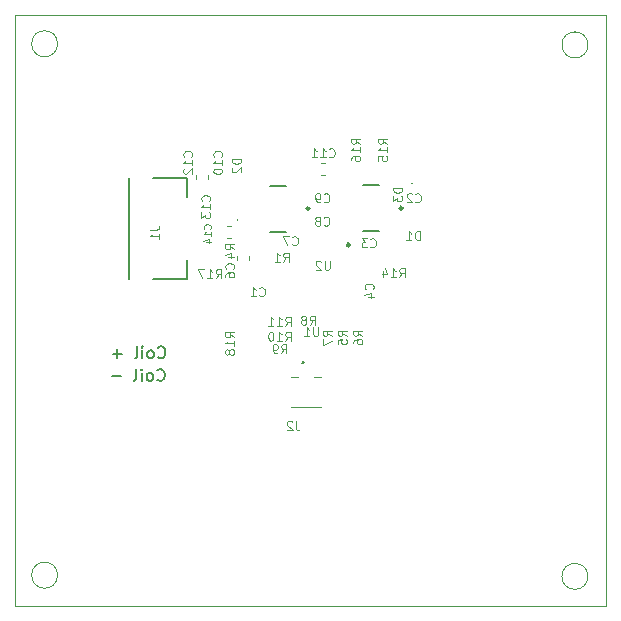
<source format=gbr>
%TF.GenerationSoftware,KiCad,Pcbnew,(5.1.4)-1*%
%TF.CreationDate,2019-10-27T14:01:39-07:00*%
%TF.ProjectId,SolarCell+Y,536f6c61-7243-4656-9c6c-2b592e6b6963,rev?*%
%TF.SameCoordinates,Original*%
%TF.FileFunction,Legend,Bot*%
%TF.FilePolarity,Positive*%
%FSLAX46Y46*%
G04 Gerber Fmt 4.6, Leading zero omitted, Abs format (unit mm)*
G04 Created by KiCad (PCBNEW (5.1.4)-1) date 2019-10-27 14:01:39*
%MOMM*%
%LPD*%
G04 APERTURE LIST*
%ADD10C,0.050000*%
%ADD11C,0.150000*%
%ADD12C,0.120000*%
%ADD13C,0.200000*%
%ADD14C,0.250000*%
%ADD15C,0.100000*%
%ADD16C,0.254000*%
%ADD17C,0.127000*%
%ADD18C,0.101600*%
%ADD19C,0.076200*%
G04 APERTURE END LIST*
D10*
X198500000Y-42500000D02*
G75*
G03X198500000Y-42500000I-1100000J0D01*
G01*
X198500000Y-87500000D02*
G75*
G03X198500000Y-87500000I-1100000J0D01*
G01*
X153600000Y-87400000D02*
G75*
G03X153600000Y-87400000I-1100000J0D01*
G01*
X200000000Y-40000000D02*
X150000000Y-40000000D01*
X200000000Y-90000000D02*
X200000000Y-40000000D01*
X150000000Y-90000000D02*
X200000000Y-90000000D01*
X150000000Y-40000000D02*
X150000000Y-90000000D01*
X153600000Y-42400000D02*
G75*
G03X153600000Y-42400000I-1100000J0D01*
G01*
D11*
X162043857Y-70842142D02*
X162091476Y-70889761D01*
X162234333Y-70937380D01*
X162329571Y-70937380D01*
X162472428Y-70889761D01*
X162567666Y-70794523D01*
X162615285Y-70699285D01*
X162662904Y-70508809D01*
X162662904Y-70365952D01*
X162615285Y-70175476D01*
X162567666Y-70080238D01*
X162472428Y-69985000D01*
X162329571Y-69937380D01*
X162234333Y-69937380D01*
X162091476Y-69985000D01*
X162043857Y-70032619D01*
X161472428Y-70937380D02*
X161567666Y-70889761D01*
X161615285Y-70842142D01*
X161662904Y-70746904D01*
X161662904Y-70461190D01*
X161615285Y-70365952D01*
X161567666Y-70318333D01*
X161472428Y-70270714D01*
X161329571Y-70270714D01*
X161234333Y-70318333D01*
X161186714Y-70365952D01*
X161139095Y-70461190D01*
X161139095Y-70746904D01*
X161186714Y-70842142D01*
X161234333Y-70889761D01*
X161329571Y-70937380D01*
X161472428Y-70937380D01*
X160710523Y-70937380D02*
X160710523Y-70270714D01*
X160710523Y-69937380D02*
X160758142Y-69985000D01*
X160710523Y-70032619D01*
X160662904Y-69985000D01*
X160710523Y-69937380D01*
X160710523Y-70032619D01*
X160091476Y-70937380D02*
X160186714Y-70889761D01*
X160234333Y-70794523D01*
X160234333Y-69937380D01*
X158948619Y-70556428D02*
X158186714Y-70556428D01*
X162107357Y-68937142D02*
X162154976Y-68984761D01*
X162297833Y-69032380D01*
X162393071Y-69032380D01*
X162535928Y-68984761D01*
X162631166Y-68889523D01*
X162678785Y-68794285D01*
X162726404Y-68603809D01*
X162726404Y-68460952D01*
X162678785Y-68270476D01*
X162631166Y-68175238D01*
X162535928Y-68080000D01*
X162393071Y-68032380D01*
X162297833Y-68032380D01*
X162154976Y-68080000D01*
X162107357Y-68127619D01*
X161535928Y-69032380D02*
X161631166Y-68984761D01*
X161678785Y-68937142D01*
X161726404Y-68841904D01*
X161726404Y-68556190D01*
X161678785Y-68460952D01*
X161631166Y-68413333D01*
X161535928Y-68365714D01*
X161393071Y-68365714D01*
X161297833Y-68413333D01*
X161250214Y-68460952D01*
X161202595Y-68556190D01*
X161202595Y-68841904D01*
X161250214Y-68937142D01*
X161297833Y-68984761D01*
X161393071Y-69032380D01*
X161535928Y-69032380D01*
X160774023Y-69032380D02*
X160774023Y-68365714D01*
X160774023Y-68032380D02*
X160821642Y-68080000D01*
X160774023Y-68127619D01*
X160726404Y-68080000D01*
X160774023Y-68032380D01*
X160774023Y-68127619D01*
X160154976Y-69032380D02*
X160250214Y-68984761D01*
X160297833Y-68889523D01*
X160297833Y-68032380D01*
X159012119Y-68651428D02*
X158250214Y-68651428D01*
X158631166Y-69032380D02*
X158631166Y-68270476D01*
D12*
X168247279Y-58866500D02*
X167921721Y-58866500D01*
X168247279Y-57846500D02*
X167921721Y-57846500D01*
D13*
X183635000Y-54239500D02*
G75*
G03X183635000Y-54239500I-19000J0D01*
G01*
X164528500Y-53789000D02*
X164528500Y-55339000D01*
X164528500Y-62289000D02*
X164528500Y-60739000D01*
X164528500Y-53789000D02*
X161678500Y-53789000D01*
X164528500Y-62289000D02*
X161678500Y-62289000D01*
X159648500Y-62289000D02*
X159648500Y-53789000D01*
D14*
X174387501Y-69385500D02*
G75*
G03X174387501Y-69385500I-50000J0D01*
G01*
D15*
X175925000Y-70582000D02*
X175306330Y-70582000D01*
X173325000Y-70582000D02*
X173943670Y-70582000D01*
X173325000Y-73182000D02*
X175925000Y-73182000D01*
D12*
X169801000Y-60352721D02*
X169801000Y-60678279D01*
X168781000Y-60352721D02*
X168781000Y-60678279D01*
D14*
X178337340Y-59436844D02*
G75*
G03X178337340Y-59436844I-125000J0D01*
G01*
D13*
X168828000Y-57330000D02*
G75*
G03X168828000Y-57330000I-19000J0D01*
G01*
D12*
X166308500Y-53494721D02*
X166308500Y-53820279D01*
X165288500Y-53494721D02*
X165288500Y-53820279D01*
D16*
X174927260Y-56357520D02*
G75*
G03X174927260Y-56357520I-127000J0D01*
G01*
D17*
X171580810Y-54408070D02*
X172939710Y-54408070D01*
X172939710Y-58306970D02*
X171580810Y-58306970D01*
D16*
X182816500Y-56324500D02*
G75*
G03X182816500Y-56324500I-127000J0D01*
G01*
D17*
X179470050Y-54375050D02*
X180828950Y-54375050D01*
X180828950Y-58273950D02*
X179470050Y-58273950D01*
D12*
X176248279Y-53532500D02*
X175922721Y-53532500D01*
X176248279Y-52512500D02*
X175922721Y-52512500D01*
D18*
X168556214Y-59817000D02*
X168193357Y-59563000D01*
X168556214Y-59381571D02*
X167794214Y-59381571D01*
X167794214Y-59671857D01*
X167830500Y-59744428D01*
X167866785Y-59780714D01*
X167939357Y-59817000D01*
X168048214Y-59817000D01*
X168120785Y-59780714D01*
X168157071Y-59744428D01*
X168193357Y-59671857D01*
X168193357Y-59381571D01*
X168048214Y-60470142D02*
X168556214Y-60470142D01*
X167757928Y-60288714D02*
X168302214Y-60107285D01*
X168302214Y-60579000D01*
D19*
X166533285Y-58075285D02*
X166563523Y-58045047D01*
X166593761Y-57954333D01*
X166593761Y-57893857D01*
X166563523Y-57803142D01*
X166503047Y-57742666D01*
X166442571Y-57712428D01*
X166321619Y-57682190D01*
X166230904Y-57682190D01*
X166109952Y-57712428D01*
X166049476Y-57742666D01*
X165989000Y-57803142D01*
X165958761Y-57893857D01*
X165958761Y-57954333D01*
X165989000Y-58045047D01*
X166019238Y-58075285D01*
X166593761Y-58680047D02*
X166593761Y-58317190D01*
X166593761Y-58498619D02*
X165958761Y-58498619D01*
X166049476Y-58438142D01*
X166109952Y-58377666D01*
X166140190Y-58317190D01*
X166170428Y-59224333D02*
X166593761Y-59224333D01*
X165928523Y-59073142D02*
X166382095Y-58921952D01*
X166382095Y-59315047D01*
D18*
X182772714Y-54578071D02*
X182010714Y-54578071D01*
X182010714Y-54759500D01*
X182047000Y-54868357D01*
X182119571Y-54940928D01*
X182192142Y-54977214D01*
X182337285Y-55013500D01*
X182446142Y-55013500D01*
X182591285Y-54977214D01*
X182663857Y-54940928D01*
X182736428Y-54868357D01*
X182772714Y-54759500D01*
X182772714Y-54578071D01*
X182010714Y-55267500D02*
X182010714Y-55739214D01*
X182301000Y-55485214D01*
X182301000Y-55594071D01*
X182337285Y-55666642D01*
X182373571Y-55702928D01*
X182446142Y-55739214D01*
X182627571Y-55739214D01*
X182700142Y-55702928D01*
X182736428Y-55666642D01*
X182772714Y-55594071D01*
X182772714Y-55376357D01*
X182736428Y-55303785D01*
X182700142Y-55267500D01*
X161427174Y-58156860D02*
X161971460Y-58156860D01*
X162080317Y-58120574D01*
X162152888Y-58048002D01*
X162189174Y-57939145D01*
X162189174Y-57866574D01*
X162189174Y-58918860D02*
X162189174Y-58483431D01*
X162189174Y-58701145D02*
X161427174Y-58701145D01*
X161536031Y-58628574D01*
X161608602Y-58556002D01*
X161644888Y-58483431D01*
X175668072Y-66384714D02*
X175668072Y-67001571D01*
X175631786Y-67074142D01*
X175595501Y-67110428D01*
X175522929Y-67146714D01*
X175377786Y-67146714D01*
X175305215Y-67110428D01*
X175268929Y-67074142D01*
X175232643Y-67001571D01*
X175232643Y-66384714D01*
X174470643Y-67146714D02*
X174906072Y-67146714D01*
X174688358Y-67146714D02*
X174688358Y-66384714D01*
X174760929Y-66493571D01*
X174833501Y-66566142D01*
X174906072Y-66602428D01*
X173784330Y-74345714D02*
X173784330Y-74890000D01*
X173820615Y-74998857D01*
X173893187Y-75071428D01*
X174002044Y-75107714D01*
X174074615Y-75107714D01*
X173457758Y-74418285D02*
X173421472Y-74382000D01*
X173348901Y-74345714D01*
X173167472Y-74345714D01*
X173094901Y-74382000D01*
X173058615Y-74418285D01*
X173022330Y-74490857D01*
X173022330Y-74563428D01*
X173058615Y-74672285D01*
X173494044Y-75107714D01*
X173022330Y-75107714D01*
X168483642Y-61468000D02*
X168519928Y-61431714D01*
X168556214Y-61322857D01*
X168556214Y-61250285D01*
X168519928Y-61141428D01*
X168447357Y-61068857D01*
X168374785Y-61032571D01*
X168229642Y-60996285D01*
X168120785Y-60996285D01*
X167975642Y-61032571D01*
X167903071Y-61068857D01*
X167830500Y-61141428D01*
X167794214Y-61250285D01*
X167794214Y-61322857D01*
X167830500Y-61431714D01*
X167866785Y-61468000D01*
X167794214Y-62121142D02*
X167794214Y-61976000D01*
X167830500Y-61903428D01*
X167866785Y-61867142D01*
X167975642Y-61794571D01*
X168120785Y-61758285D01*
X168411071Y-61758285D01*
X168483642Y-61794571D01*
X168519928Y-61830857D01*
X168556214Y-61903428D01*
X168556214Y-62048571D01*
X168519928Y-62121142D01*
X168483642Y-62157428D01*
X168411071Y-62193714D01*
X168229642Y-62193714D01*
X168157071Y-62157428D01*
X168120785Y-62121142D01*
X168084500Y-62048571D01*
X168084500Y-61903428D01*
X168120785Y-61830857D01*
X168157071Y-61794571D01*
X168229642Y-61758285D01*
X176149000Y-55771142D02*
X176185285Y-55807428D01*
X176294142Y-55843714D01*
X176366714Y-55843714D01*
X176475571Y-55807428D01*
X176548142Y-55734857D01*
X176584428Y-55662285D01*
X176620714Y-55517142D01*
X176620714Y-55408285D01*
X176584428Y-55263142D01*
X176548142Y-55190571D01*
X176475571Y-55118000D01*
X176366714Y-55081714D01*
X176294142Y-55081714D01*
X176185285Y-55118000D01*
X176149000Y-55154285D01*
X175786142Y-55843714D02*
X175641000Y-55843714D01*
X175568428Y-55807428D01*
X175532142Y-55771142D01*
X175459571Y-55662285D01*
X175423285Y-55517142D01*
X175423285Y-55226857D01*
X175459571Y-55154285D01*
X175495857Y-55118000D01*
X175568428Y-55081714D01*
X175713571Y-55081714D01*
X175786142Y-55118000D01*
X175822428Y-55154285D01*
X175858714Y-55226857D01*
X175858714Y-55408285D01*
X175822428Y-55480857D01*
X175786142Y-55517142D01*
X175713571Y-55553428D01*
X175568428Y-55553428D01*
X175495857Y-55517142D01*
X175459571Y-55480857D01*
X175423285Y-55408285D01*
X184287325Y-59018714D02*
X184287325Y-58256714D01*
X184105897Y-58256714D01*
X183997040Y-58293000D01*
X183924468Y-58365571D01*
X183888182Y-58438142D01*
X183851897Y-58583285D01*
X183851897Y-58692142D01*
X183888182Y-58837285D01*
X183924468Y-58909857D01*
X183997040Y-58982428D01*
X184105897Y-59018714D01*
X184287325Y-59018714D01*
X183126182Y-59018714D02*
X183561611Y-59018714D01*
X183343897Y-59018714D02*
X183343897Y-58256714D01*
X183416468Y-58365571D01*
X183489040Y-58438142D01*
X183561611Y-58474428D01*
X176642911Y-60769558D02*
X176642911Y-61386415D01*
X176606625Y-61458986D01*
X176570340Y-61495272D01*
X176497768Y-61531558D01*
X176352625Y-61531558D01*
X176280054Y-61495272D01*
X176243768Y-61458986D01*
X176207482Y-61386415D01*
X176207482Y-60769558D01*
X175880911Y-60842129D02*
X175844625Y-60805844D01*
X175772054Y-60769558D01*
X175590625Y-60769558D01*
X175518054Y-60805844D01*
X175481768Y-60842129D01*
X175445482Y-60914701D01*
X175445482Y-60987272D01*
X175481768Y-61096129D01*
X175917197Y-61531558D01*
X175445482Y-61531558D01*
X169127714Y-52142571D02*
X168365714Y-52142571D01*
X168365714Y-52324000D01*
X168402000Y-52432857D01*
X168474571Y-52505428D01*
X168547142Y-52541714D01*
X168692285Y-52578000D01*
X168801142Y-52578000D01*
X168946285Y-52541714D01*
X169018857Y-52505428D01*
X169091428Y-52432857D01*
X169127714Y-52324000D01*
X169127714Y-52142571D01*
X168438285Y-52868285D02*
X168402000Y-52904571D01*
X168365714Y-52977142D01*
X168365714Y-53158571D01*
X168402000Y-53231142D01*
X168438285Y-53267428D01*
X168510857Y-53303714D01*
X168583428Y-53303714D01*
X168692285Y-53267428D01*
X169127714Y-52832000D01*
X169127714Y-53303714D01*
X179414714Y-67119500D02*
X179051857Y-66865500D01*
X179414714Y-66684071D02*
X178652714Y-66684071D01*
X178652714Y-66974357D01*
X178689000Y-67046928D01*
X178725285Y-67083214D01*
X178797857Y-67119500D01*
X178906714Y-67119500D01*
X178979285Y-67083214D01*
X179015571Y-67046928D01*
X179051857Y-66974357D01*
X179051857Y-66684071D01*
X178652714Y-67772642D02*
X178652714Y-67627500D01*
X178689000Y-67554928D01*
X178725285Y-67518642D01*
X178834142Y-67446071D01*
X178979285Y-67409785D01*
X179269571Y-67409785D01*
X179342142Y-67446071D01*
X179378428Y-67482357D01*
X179414714Y-67554928D01*
X179414714Y-67700071D01*
X179378428Y-67772642D01*
X179342142Y-67808928D01*
X179269571Y-67845214D01*
X179088142Y-67845214D01*
X179015571Y-67808928D01*
X178979285Y-67772642D01*
X178943000Y-67700071D01*
X178943000Y-67554928D01*
X178979285Y-67482357D01*
X179015571Y-67446071D01*
X179088142Y-67409785D01*
X178081214Y-67119500D02*
X177718357Y-66865500D01*
X178081214Y-66684071D02*
X177319214Y-66684071D01*
X177319214Y-66974357D01*
X177355500Y-67046928D01*
X177391785Y-67083214D01*
X177464357Y-67119500D01*
X177573214Y-67119500D01*
X177645785Y-67083214D01*
X177682071Y-67046928D01*
X177718357Y-66974357D01*
X177718357Y-66684071D01*
X177319214Y-67808928D02*
X177319214Y-67446071D01*
X177682071Y-67409785D01*
X177645785Y-67446071D01*
X177609500Y-67518642D01*
X177609500Y-67700071D01*
X177645785Y-67772642D01*
X177682071Y-67808928D01*
X177754642Y-67845214D01*
X177936071Y-67845214D01*
X178008642Y-67808928D01*
X178044928Y-67772642D01*
X178081214Y-67700071D01*
X178081214Y-67518642D01*
X178044928Y-67446071D01*
X178008642Y-67409785D01*
X179224214Y-50881642D02*
X178861357Y-50627642D01*
X179224214Y-50446214D02*
X178462214Y-50446214D01*
X178462214Y-50736500D01*
X178498500Y-50809071D01*
X178534785Y-50845357D01*
X178607357Y-50881642D01*
X178716214Y-50881642D01*
X178788785Y-50845357D01*
X178825071Y-50809071D01*
X178861357Y-50736500D01*
X178861357Y-50446214D01*
X179224214Y-51607357D02*
X179224214Y-51171928D01*
X179224214Y-51389642D02*
X178462214Y-51389642D01*
X178571071Y-51317071D01*
X178643642Y-51244500D01*
X178679928Y-51171928D01*
X178462214Y-52260500D02*
X178462214Y-52115357D01*
X178498500Y-52042785D01*
X178534785Y-52006500D01*
X178643642Y-51933928D01*
X178788785Y-51897642D01*
X179079071Y-51897642D01*
X179151642Y-51933928D01*
X179187928Y-51970214D01*
X179224214Y-52042785D01*
X179224214Y-52187928D01*
X179187928Y-52260500D01*
X179151642Y-52296785D01*
X179079071Y-52333071D01*
X178897642Y-52333071D01*
X178825071Y-52296785D01*
X178788785Y-52260500D01*
X178752500Y-52187928D01*
X178752500Y-52042785D01*
X178788785Y-51970214D01*
X178825071Y-51933928D01*
X178897642Y-51897642D01*
X176149000Y-57739642D02*
X176185285Y-57775928D01*
X176294142Y-57812214D01*
X176366714Y-57812214D01*
X176475571Y-57775928D01*
X176548142Y-57703357D01*
X176584428Y-57630785D01*
X176620714Y-57485642D01*
X176620714Y-57376785D01*
X176584428Y-57231642D01*
X176548142Y-57159071D01*
X176475571Y-57086500D01*
X176366714Y-57050214D01*
X176294142Y-57050214D01*
X176185285Y-57086500D01*
X176149000Y-57122785D01*
X175713571Y-57376785D02*
X175786142Y-57340500D01*
X175822428Y-57304214D01*
X175858714Y-57231642D01*
X175858714Y-57195357D01*
X175822428Y-57122785D01*
X175786142Y-57086500D01*
X175713571Y-57050214D01*
X175568428Y-57050214D01*
X175495857Y-57086500D01*
X175459571Y-57122785D01*
X175423285Y-57195357D01*
X175423285Y-57231642D01*
X175459571Y-57304214D01*
X175495857Y-57340500D01*
X175568428Y-57376785D01*
X175713571Y-57376785D01*
X175786142Y-57413071D01*
X175822428Y-57449357D01*
X175858714Y-57521928D01*
X175858714Y-57667071D01*
X175822428Y-57739642D01*
X175786142Y-57775928D01*
X175713571Y-57812214D01*
X175568428Y-57812214D01*
X175495857Y-57775928D01*
X175459571Y-57739642D01*
X175423285Y-57667071D01*
X175423285Y-57521928D01*
X175459571Y-57449357D01*
X175495857Y-57413071D01*
X175568428Y-57376785D01*
X164927642Y-51961142D02*
X164963928Y-51924857D01*
X165000214Y-51816000D01*
X165000214Y-51743428D01*
X164963928Y-51634571D01*
X164891357Y-51562000D01*
X164818785Y-51525714D01*
X164673642Y-51489428D01*
X164564785Y-51489428D01*
X164419642Y-51525714D01*
X164347071Y-51562000D01*
X164274500Y-51634571D01*
X164238214Y-51743428D01*
X164238214Y-51816000D01*
X164274500Y-51924857D01*
X164310785Y-51961142D01*
X165000214Y-52686857D02*
X165000214Y-52251428D01*
X165000214Y-52469142D02*
X164238214Y-52469142D01*
X164347071Y-52396571D01*
X164419642Y-52324000D01*
X164455928Y-52251428D01*
X164310785Y-52977142D02*
X164274500Y-53013428D01*
X164238214Y-53086000D01*
X164238214Y-53267428D01*
X164274500Y-53340000D01*
X164310785Y-53376285D01*
X164383357Y-53412571D01*
X164455928Y-53412571D01*
X164564785Y-53376285D01*
X165000214Y-52940857D01*
X165000214Y-53412571D01*
X166451642Y-55707642D02*
X166487928Y-55671357D01*
X166524214Y-55562500D01*
X166524214Y-55489928D01*
X166487928Y-55381071D01*
X166415357Y-55308500D01*
X166342785Y-55272214D01*
X166197642Y-55235928D01*
X166088785Y-55235928D01*
X165943642Y-55272214D01*
X165871071Y-55308500D01*
X165798500Y-55381071D01*
X165762214Y-55489928D01*
X165762214Y-55562500D01*
X165798500Y-55671357D01*
X165834785Y-55707642D01*
X166524214Y-56433357D02*
X166524214Y-55997928D01*
X166524214Y-56215642D02*
X165762214Y-56215642D01*
X165871071Y-56143071D01*
X165943642Y-56070500D01*
X165979928Y-55997928D01*
X165762214Y-56687357D02*
X165762214Y-57159071D01*
X166052500Y-56905071D01*
X166052500Y-57013928D01*
X166088785Y-57086500D01*
X166125071Y-57122785D01*
X166197642Y-57159071D01*
X166379071Y-57159071D01*
X166451642Y-57122785D01*
X166487928Y-57086500D01*
X166524214Y-57013928D01*
X166524214Y-56796214D01*
X166487928Y-56723642D01*
X166451642Y-56687357D01*
X176811214Y-67119500D02*
X176448357Y-66865500D01*
X176811214Y-66684071D02*
X176049214Y-66684071D01*
X176049214Y-66974357D01*
X176085500Y-67046928D01*
X176121785Y-67083214D01*
X176194357Y-67119500D01*
X176303214Y-67119500D01*
X176375785Y-67083214D01*
X176412071Y-67046928D01*
X176448357Y-66974357D01*
X176448357Y-66684071D01*
X176049214Y-67373500D02*
X176049214Y-67881500D01*
X176811214Y-67554928D01*
X172892357Y-66284714D02*
X173146357Y-65921857D01*
X173327785Y-66284714D02*
X173327785Y-65522714D01*
X173037500Y-65522714D01*
X172964928Y-65559000D01*
X172928642Y-65595285D01*
X172892357Y-65667857D01*
X172892357Y-65776714D01*
X172928642Y-65849285D01*
X172964928Y-65885571D01*
X173037500Y-65921857D01*
X173327785Y-65921857D01*
X172166642Y-66284714D02*
X172602071Y-66284714D01*
X172384357Y-66284714D02*
X172384357Y-65522714D01*
X172456928Y-65631571D01*
X172529500Y-65704142D01*
X172602071Y-65740428D01*
X171440928Y-66284714D02*
X171876357Y-66284714D01*
X171658642Y-66284714D02*
X171658642Y-65522714D01*
X171731214Y-65631571D01*
X171803785Y-65704142D01*
X171876357Y-65740428D01*
X172529500Y-68607214D02*
X172783500Y-68244357D01*
X172964928Y-68607214D02*
X172964928Y-67845214D01*
X172674642Y-67845214D01*
X172602071Y-67881500D01*
X172565785Y-67917785D01*
X172529500Y-67990357D01*
X172529500Y-68099214D01*
X172565785Y-68171785D01*
X172602071Y-68208071D01*
X172674642Y-68244357D01*
X172964928Y-68244357D01*
X172166642Y-68607214D02*
X172021500Y-68607214D01*
X171948928Y-68570928D01*
X171912642Y-68534642D01*
X171840071Y-68425785D01*
X171803785Y-68280642D01*
X171803785Y-67990357D01*
X171840071Y-67917785D01*
X171876357Y-67881500D01*
X171948928Y-67845214D01*
X172094071Y-67845214D01*
X172166642Y-67881500D01*
X172202928Y-67917785D01*
X172239214Y-67990357D01*
X172239214Y-68171785D01*
X172202928Y-68244357D01*
X172166642Y-68280642D01*
X172094071Y-68316928D01*
X171948928Y-68316928D01*
X171876357Y-68280642D01*
X171840071Y-68244357D01*
X171803785Y-68171785D01*
X172892357Y-67554714D02*
X173146357Y-67191857D01*
X173327785Y-67554714D02*
X173327785Y-66792714D01*
X173037500Y-66792714D01*
X172964928Y-66829000D01*
X172928642Y-66865285D01*
X172892357Y-66937857D01*
X172892357Y-67046714D01*
X172928642Y-67119285D01*
X172964928Y-67155571D01*
X173037500Y-67191857D01*
X173327785Y-67191857D01*
X172166642Y-67554714D02*
X172602071Y-67554714D01*
X172384357Y-67554714D02*
X172384357Y-66792714D01*
X172456928Y-66901571D01*
X172529500Y-66974142D01*
X172602071Y-67010428D01*
X171694928Y-66792714D02*
X171622357Y-66792714D01*
X171549785Y-66829000D01*
X171513500Y-66865285D01*
X171477214Y-66937857D01*
X171440928Y-67083000D01*
X171440928Y-67264428D01*
X171477214Y-67409571D01*
X171513500Y-67482142D01*
X171549785Y-67518428D01*
X171622357Y-67554714D01*
X171694928Y-67554714D01*
X171767500Y-67518428D01*
X171803785Y-67482142D01*
X171840071Y-67409571D01*
X171876357Y-67264428D01*
X171876357Y-67083000D01*
X171840071Y-66937857D01*
X171803785Y-66865285D01*
X171767500Y-66829000D01*
X171694928Y-66792714D01*
X174942500Y-66194214D02*
X175196500Y-65831357D01*
X175377928Y-66194214D02*
X175377928Y-65432214D01*
X175087642Y-65432214D01*
X175015071Y-65468500D01*
X174978785Y-65504785D01*
X174942500Y-65577357D01*
X174942500Y-65686214D01*
X174978785Y-65758785D01*
X175015071Y-65795071D01*
X175087642Y-65831357D01*
X175377928Y-65831357D01*
X174507071Y-65758785D02*
X174579642Y-65722500D01*
X174615928Y-65686214D01*
X174652214Y-65613642D01*
X174652214Y-65577357D01*
X174615928Y-65504785D01*
X174579642Y-65468500D01*
X174507071Y-65432214D01*
X174361928Y-65432214D01*
X174289357Y-65468500D01*
X174253071Y-65504785D01*
X174216785Y-65577357D01*
X174216785Y-65613642D01*
X174253071Y-65686214D01*
X174289357Y-65722500D01*
X174361928Y-65758785D01*
X174507071Y-65758785D01*
X174579642Y-65795071D01*
X174615928Y-65831357D01*
X174652214Y-65903928D01*
X174652214Y-66049071D01*
X174615928Y-66121642D01*
X174579642Y-66157928D01*
X174507071Y-66194214D01*
X174361928Y-66194214D01*
X174289357Y-66157928D01*
X174253071Y-66121642D01*
X174216785Y-66049071D01*
X174216785Y-65903928D01*
X174253071Y-65831357D01*
X174289357Y-65795071D01*
X174361928Y-65758785D01*
X182544357Y-62193714D02*
X182798357Y-61830857D01*
X182979785Y-62193714D02*
X182979785Y-61431714D01*
X182689500Y-61431714D01*
X182616928Y-61468000D01*
X182580642Y-61504285D01*
X182544357Y-61576857D01*
X182544357Y-61685714D01*
X182580642Y-61758285D01*
X182616928Y-61794571D01*
X182689500Y-61830857D01*
X182979785Y-61830857D01*
X181818642Y-62193714D02*
X182254071Y-62193714D01*
X182036357Y-62193714D02*
X182036357Y-61431714D01*
X182108928Y-61540571D01*
X182181500Y-61613142D01*
X182254071Y-61649428D01*
X181165500Y-61685714D02*
X181165500Y-62193714D01*
X181346928Y-61395428D02*
X181528357Y-61939714D01*
X181056642Y-61939714D01*
X181510214Y-50881642D02*
X181147357Y-50627642D01*
X181510214Y-50446214D02*
X180748214Y-50446214D01*
X180748214Y-50736500D01*
X180784500Y-50809071D01*
X180820785Y-50845357D01*
X180893357Y-50881642D01*
X181002214Y-50881642D01*
X181074785Y-50845357D01*
X181111071Y-50809071D01*
X181147357Y-50736500D01*
X181147357Y-50446214D01*
X181510214Y-51607357D02*
X181510214Y-51171928D01*
X181510214Y-51389642D02*
X180748214Y-51389642D01*
X180857071Y-51317071D01*
X180929642Y-51244500D01*
X180965928Y-51171928D01*
X180748214Y-52296785D02*
X180748214Y-51933928D01*
X181111071Y-51897642D01*
X181074785Y-51933928D01*
X181038500Y-52006500D01*
X181038500Y-52187928D01*
X181074785Y-52260500D01*
X181111071Y-52296785D01*
X181183642Y-52333071D01*
X181365071Y-52333071D01*
X181437642Y-52296785D01*
X181473928Y-52260500D01*
X181510214Y-52187928D01*
X181510214Y-52006500D01*
X181473928Y-51933928D01*
X181437642Y-51897642D01*
X166986857Y-62257214D02*
X167240857Y-61894357D01*
X167422285Y-62257214D02*
X167422285Y-61495214D01*
X167132000Y-61495214D01*
X167059428Y-61531500D01*
X167023142Y-61567785D01*
X166986857Y-61640357D01*
X166986857Y-61749214D01*
X167023142Y-61821785D01*
X167059428Y-61858071D01*
X167132000Y-61894357D01*
X167422285Y-61894357D01*
X166261142Y-62257214D02*
X166696571Y-62257214D01*
X166478857Y-62257214D02*
X166478857Y-61495214D01*
X166551428Y-61604071D01*
X166624000Y-61676642D01*
X166696571Y-61712928D01*
X166007142Y-61495214D02*
X165499142Y-61495214D01*
X165825714Y-62257214D01*
X168556214Y-67264642D02*
X168193357Y-67010642D01*
X168556214Y-66829214D02*
X167794214Y-66829214D01*
X167794214Y-67119500D01*
X167830500Y-67192071D01*
X167866785Y-67228357D01*
X167939357Y-67264642D01*
X168048214Y-67264642D01*
X168120785Y-67228357D01*
X168157071Y-67192071D01*
X168193357Y-67119500D01*
X168193357Y-66829214D01*
X168556214Y-67990357D02*
X168556214Y-67554928D01*
X168556214Y-67772642D02*
X167794214Y-67772642D01*
X167903071Y-67700071D01*
X167975642Y-67627500D01*
X168011928Y-67554928D01*
X168120785Y-68425785D02*
X168084500Y-68353214D01*
X168048214Y-68316928D01*
X167975642Y-68280642D01*
X167939357Y-68280642D01*
X167866785Y-68316928D01*
X167830500Y-68353214D01*
X167794214Y-68425785D01*
X167794214Y-68570928D01*
X167830500Y-68643500D01*
X167866785Y-68679785D01*
X167939357Y-68716071D01*
X167975642Y-68716071D01*
X168048214Y-68679785D01*
X168084500Y-68643500D01*
X168120785Y-68570928D01*
X168120785Y-68425785D01*
X168157071Y-68353214D01*
X168193357Y-68316928D01*
X168265928Y-68280642D01*
X168411071Y-68280642D01*
X168483642Y-68316928D01*
X168519928Y-68353214D01*
X168556214Y-68425785D01*
X168556214Y-68570928D01*
X168519928Y-68643500D01*
X168483642Y-68679785D01*
X168411071Y-68716071D01*
X168265928Y-68716071D01*
X168193357Y-68679785D01*
X168157071Y-68643500D01*
X168120785Y-68570928D01*
X172720000Y-60860214D02*
X172974000Y-60497357D01*
X173155428Y-60860214D02*
X173155428Y-60098214D01*
X172865142Y-60098214D01*
X172792571Y-60134500D01*
X172756285Y-60170785D01*
X172720000Y-60243357D01*
X172720000Y-60352214D01*
X172756285Y-60424785D01*
X172792571Y-60461071D01*
X172865142Y-60497357D01*
X173155428Y-60497357D01*
X171994285Y-60860214D02*
X172429714Y-60860214D01*
X172212000Y-60860214D02*
X172212000Y-60098214D01*
X172284571Y-60207071D01*
X172357142Y-60279642D01*
X172429714Y-60315928D01*
X176575357Y-51961142D02*
X176611642Y-51997428D01*
X176720500Y-52033714D01*
X176793071Y-52033714D01*
X176901928Y-51997428D01*
X176974500Y-51924857D01*
X177010785Y-51852285D01*
X177047071Y-51707142D01*
X177047071Y-51598285D01*
X177010785Y-51453142D01*
X176974500Y-51380571D01*
X176901928Y-51308000D01*
X176793071Y-51271714D01*
X176720500Y-51271714D01*
X176611642Y-51308000D01*
X176575357Y-51344285D01*
X175849642Y-52033714D02*
X176285071Y-52033714D01*
X176067357Y-52033714D02*
X176067357Y-51271714D01*
X176139928Y-51380571D01*
X176212500Y-51453142D01*
X176285071Y-51489428D01*
X175123928Y-52033714D02*
X175559357Y-52033714D01*
X175341642Y-52033714D02*
X175341642Y-51271714D01*
X175414214Y-51380571D01*
X175486785Y-51453142D01*
X175559357Y-51489428D01*
X173482000Y-59390642D02*
X173518285Y-59426928D01*
X173627142Y-59463214D01*
X173699714Y-59463214D01*
X173808571Y-59426928D01*
X173881142Y-59354357D01*
X173917428Y-59281785D01*
X173953714Y-59136642D01*
X173953714Y-59027785D01*
X173917428Y-58882642D01*
X173881142Y-58810071D01*
X173808571Y-58737500D01*
X173699714Y-58701214D01*
X173627142Y-58701214D01*
X173518285Y-58737500D01*
X173482000Y-58773785D01*
X173228000Y-58701214D02*
X172720000Y-58701214D01*
X173046571Y-59463214D01*
X180294642Y-63182500D02*
X180330928Y-63146214D01*
X180367214Y-63037357D01*
X180367214Y-62964785D01*
X180330928Y-62855928D01*
X180258357Y-62783357D01*
X180185785Y-62747071D01*
X180040642Y-62710785D01*
X179931785Y-62710785D01*
X179786642Y-62747071D01*
X179714071Y-62783357D01*
X179641500Y-62855928D01*
X179605214Y-62964785D01*
X179605214Y-63037357D01*
X179641500Y-63146214D01*
X179677785Y-63182500D01*
X179859214Y-63835642D02*
X180367214Y-63835642D01*
X179568928Y-63654214D02*
X180113214Y-63472785D01*
X180113214Y-63944500D01*
X183896000Y-55771142D02*
X183932285Y-55807428D01*
X184041142Y-55843714D01*
X184113714Y-55843714D01*
X184222571Y-55807428D01*
X184295142Y-55734857D01*
X184331428Y-55662285D01*
X184367714Y-55517142D01*
X184367714Y-55408285D01*
X184331428Y-55263142D01*
X184295142Y-55190571D01*
X184222571Y-55118000D01*
X184113714Y-55081714D01*
X184041142Y-55081714D01*
X183932285Y-55118000D01*
X183896000Y-55154285D01*
X183605714Y-55154285D02*
X183569428Y-55118000D01*
X183496857Y-55081714D01*
X183315428Y-55081714D01*
X183242857Y-55118000D01*
X183206571Y-55154285D01*
X183170285Y-55226857D01*
X183170285Y-55299428D01*
X183206571Y-55408285D01*
X183642000Y-55843714D01*
X183170285Y-55843714D01*
X167467642Y-51961142D02*
X167503928Y-51924857D01*
X167540214Y-51816000D01*
X167540214Y-51743428D01*
X167503928Y-51634571D01*
X167431357Y-51562000D01*
X167358785Y-51525714D01*
X167213642Y-51489428D01*
X167104785Y-51489428D01*
X166959642Y-51525714D01*
X166887071Y-51562000D01*
X166814500Y-51634571D01*
X166778214Y-51743428D01*
X166778214Y-51816000D01*
X166814500Y-51924857D01*
X166850785Y-51961142D01*
X167540214Y-52686857D02*
X167540214Y-52251428D01*
X167540214Y-52469142D02*
X166778214Y-52469142D01*
X166887071Y-52396571D01*
X166959642Y-52324000D01*
X166995928Y-52251428D01*
X166778214Y-53158571D02*
X166778214Y-53231142D01*
X166814500Y-53303714D01*
X166850785Y-53340000D01*
X166923357Y-53376285D01*
X167068500Y-53412571D01*
X167249928Y-53412571D01*
X167395071Y-53376285D01*
X167467642Y-53340000D01*
X167503928Y-53303714D01*
X167540214Y-53231142D01*
X167540214Y-53158571D01*
X167503928Y-53086000D01*
X167467642Y-53049714D01*
X167395071Y-53013428D01*
X167249928Y-52977142D01*
X167068500Y-52977142D01*
X166923357Y-53013428D01*
X166850785Y-53049714D01*
X166814500Y-53086000D01*
X166778214Y-53158571D01*
X180086000Y-59581142D02*
X180122285Y-59617428D01*
X180231142Y-59653714D01*
X180303714Y-59653714D01*
X180412571Y-59617428D01*
X180485142Y-59544857D01*
X180521428Y-59472285D01*
X180557714Y-59327142D01*
X180557714Y-59218285D01*
X180521428Y-59073142D01*
X180485142Y-59000571D01*
X180412571Y-58928000D01*
X180303714Y-58891714D01*
X180231142Y-58891714D01*
X180122285Y-58928000D01*
X180086000Y-58964285D01*
X179832000Y-58891714D02*
X179360285Y-58891714D01*
X179614285Y-59182000D01*
X179505428Y-59182000D01*
X179432857Y-59218285D01*
X179396571Y-59254571D01*
X179360285Y-59327142D01*
X179360285Y-59508571D01*
X179396571Y-59581142D01*
X179432857Y-59617428D01*
X179505428Y-59653714D01*
X179723142Y-59653714D01*
X179795714Y-59617428D01*
X179832000Y-59581142D01*
X170688000Y-63708642D02*
X170724285Y-63744928D01*
X170833142Y-63781214D01*
X170905714Y-63781214D01*
X171014571Y-63744928D01*
X171087142Y-63672357D01*
X171123428Y-63599785D01*
X171159714Y-63454642D01*
X171159714Y-63345785D01*
X171123428Y-63200642D01*
X171087142Y-63128071D01*
X171014571Y-63055500D01*
X170905714Y-63019214D01*
X170833142Y-63019214D01*
X170724285Y-63055500D01*
X170688000Y-63091785D01*
X169962285Y-63781214D02*
X170397714Y-63781214D01*
X170180000Y-63781214D02*
X170180000Y-63019214D01*
X170252571Y-63128071D01*
X170325142Y-63200642D01*
X170397714Y-63236928D01*
M02*

</source>
